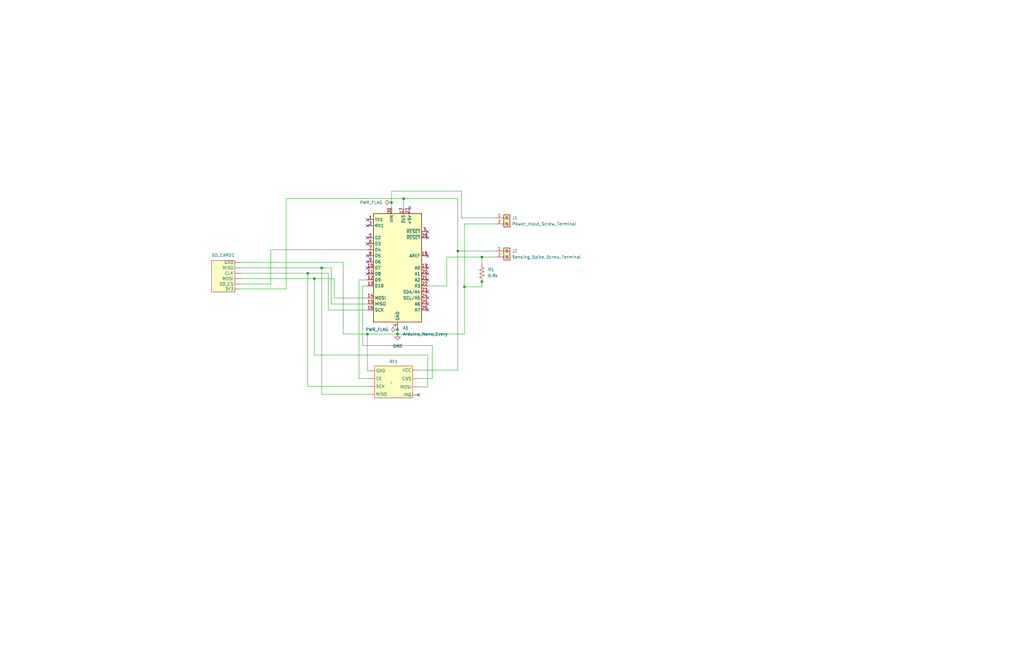
<source format=kicad_sch>
(kicad_sch (version 20230121) (generator eeschema)
  (paper "USLedger")
  (title_block (title "Sensor Spike") (date "2024-01-09") (rev "0"))
  (lib_symbols
    (symbol "Connector:Screw_Terminal_01x02" (pin_names (offset 1.016) hide)
      (property "Reference" "J" (at 0 2.54 0))
      (property "Value" "Screw_Terminal_01x02" (at 0 -5.08 0))
      (symbol "Screw_Terminal_01x02_1_1"
        (rectangle (start -1.27 1.27) (end 1.27 -3.81) (stroke (width 0.254)) (fill (type background)))
        (circle (center 0 -2.54) (radius 0.635) (stroke (width 0.1524)))
        (polyline (pts (xy -0.5334 -2.2098) (xy 0.3302 -3.048)) (stroke (width 0.1524)))
        (polyline (pts (xy -0.5334 0.3302) (xy 0.3302 -0.508)) (stroke (width 0.1524)))
        (polyline (pts (xy -0.3556 -2.032) (xy 0.508 -2.8702)) (stroke (width 0.1524)))
        (polyline (pts (xy -0.3556 0.508) (xy 0.508 -0.3302)) (stroke (width 0.1524)))
        (circle (center 0 0) (radius 0.635) (stroke (width 0.1524)))
        (pin passive line (at -5.08 0 0) (length 3.81) (name "Pin_1") (number "1"))
        (pin passive line (at -5.08 -2.54 0) (length 3.81) (name "Pin_2") (number "2"))
      )
    )
    (symbol "Device:R_US" (pin_numbers hide) (pin_names (offset 0))
      (property "Reference" "R" (at 2.54 0 90))
      (property "Value" "R_US" (at -2.54 0 90))
      (symbol "R_US_0_1"
        (polyline (pts (xy 0 -2.286) (xy 0 -2.54)))
        (polyline (pts (xy 0 2.286) (xy 0 2.54)))
        (polyline (pts (xy 0 -0.762) (xy 1.016 -1.143) (xy 0 -1.524) (xy -1.016 -1.905) (xy 0 -2.286)))
        (polyline (pts (xy 0 0.762) (xy 1.016 0.381) (xy 0 0) (xy -1.016 -0.381) (xy 0 -0.762)))
        (polyline (pts (xy 0 2.286) (xy 1.016 1.905) (xy 0 1.524) (xy -1.016 1.143) (xy 0 0.762)))
      )
      (symbol "R_US_1_1"
        (pin passive line (at 0 3.81 270) (length 1.27) (name "~") (number "1"))
        (pin passive line (at 0 -3.81 90) (length 1.27) (name "~") (number "2"))
      )
    )
    (symbol "MCU_Module:Arduino_Nano_Every"
      (property "Reference" "A" (at -10.16 23.495 0))
      (property "Value" "Arduino_Nano_Every" (at 5.08 -24.13 0))
      (symbol "Arduino_Nano_Every_0_1"
        (rectangle (start -10.16 22.86) (end 10.16 -22.86) (stroke (width 0.254)) (fill (type background)))
      )
      (symbol "Arduino_Nano_Every_1_1"
        (pin bidirectional line (at -12.7 20.32 0) (length 2.54) (name "TX1") (number "1"))
        (pin bidirectional line (at -12.7 0 0) (length 2.54) (name "D7") (number "10"))
        (pin bidirectional line (at -12.7 -2.54 0) (length 2.54) (name "D8") (number "11"))
        (pin bidirectional line (at -12.7 -5.08 0) (length 2.54) (name "D9") (number "12"))
        (pin bidirectional line (at -12.7 -7.62 0) (length 2.54) (name "D10") (number "13"))
        (pin bidirectional line (at -12.7 -12.7 0) (length 2.54) (name "MOSI") (number "14"))
        (pin bidirectional line (at -12.7 -15.24 0) (length 2.54) (name "MISO") (number "15"))
        (pin bidirectional line (at -12.7 -17.78 0) (length 2.54) (name "SCK") (number "16"))
        (pin power_out line (at 2.54 25.4 270) (length 2.54) (name "3V3") (number "17"))
        (pin input line (at 12.7 5.08 180) (length 2.54) (name "AREF") (number "18"))
        (pin bidirectional line (at 12.7 0 180) (length 2.54) (name "A0") (number "19"))
        (pin bidirectional line (at -12.7 17.78 0) (length 2.54) (name "RX1") (number "2"))
        (pin bidirectional line (at 12.7 -2.54 180) (length 2.54) (name "A1") (number "20"))
        (pin bidirectional line (at 12.7 -5.08 180) (length 2.54) (name "A2") (number "21"))
        (pin bidirectional line (at 12.7 -7.62 180) (length 2.54) (name "A3") (number "22"))
        (pin bidirectional line (at 12.7 -10.16 180) (length 2.54) (name "SDA/A4") (number "23"))
        (pin bidirectional line (at 12.7 -12.7 180) (length 2.54) (name "SCL/A5") (number "24"))
        (pin bidirectional line (at 12.7 -15.24 180) (length 2.54) (name "A6") (number "25"))
        (pin bidirectional line (at 12.7 -17.78 180) (length 2.54) (name "A7") (number "26"))
        (pin power_out line (at 5.08 25.4 270) (length 2.54) (name "+5V") (number "27"))
        (pin input line (at 12.7 12.7 180) (length 2.54) (name "~{RESET}") (number "28"))
        (pin passive line (at 0 -25.4 90) (length 2.54) hide (name "GND") (number "29"))
        (pin input line (at 12.7 15.24 180) (length 2.54) (name "~{RESET}") (number "3"))
        (pin power_in line (at -2.54 25.4 270) (length 2.54) (name "VIN") (number "30"))
        (pin power_in line (at 0 -25.4 90) (length 2.54) (name "GND") (number "4"))
        (pin bidirectional line (at -12.7 12.7 0) (length 2.54) (name "D2") (number "5"))
        (pin bidirectional line (at -12.7 10.16 0) (length 2.54) (name "D3") (number "6"))
        (pin bidirectional line (at -12.7 7.62 0) (length 2.54) (name "D4") (number "7"))
        (pin bidirectional line (at -12.7 5.08 0) (length 2.54) (name "D5") (number "8"))
        (pin bidirectional line (at -12.7 2.54 0) (length 2.54) (name "D6") (number "9"))
      )
    )
    (symbol "power:GND" (power) (pin_names (offset 0))
      (property "Value" "GND" (at 0 -3.81 0))
      (symbol "GND_0_1"
        (polyline (pts (xy 0 0) (xy 0 -1.27) (xy 1.27 -1.27) (xy 0 -2.54) (xy -1.27 -1.27) (xy 0 -1.27)))
      )
      (symbol "GND_1_1"
        (pin power_in line (at 0 0 270) (length 0) hide (name "GND") (number "1"))
      )
    )
    (symbol "power:PWR_FLAG" (power) (pin_numbers hide) (pin_names (offset 0) hide)
      (property "Value" "PWR_FLAG" (at 0 3.81 0))
      (symbol "PWR_FLAG_0_0"
        (pin power_out line (at 0 0 90) (length 0) (name "pwr") (number "1"))
      )
      (symbol "PWR_FLAG_0_1"
        (polyline (pts (xy 0 0) (xy 0 1.27) (xy -1.016 1.905) (xy 0 2.54) (xy 1.016 1.905) (xy 0 1.27)))
      )
    )
    (symbol "spike_PCB:SD_Card_Module" (pin_numbers hide)
      (property "Reference" "SD_CARD" (at 0.762 6.35 0))
      (symbol "SD_Card_Module_1_1"
        (rectangle (start -4.572 4.064) (end 5.334 -9.144) (fill (type background)))
        (pin power_in line (at -7.112 2.794 0) (length 2.54) (name "3V3") (number "1"))
        (pin input line (at -7.112 0.762 0) (length 2.54) (name "SD_CS") (number "2"))
        (pin input line (at -7.112 -1.524 0) (length 2.54) (name "MOSI") (number "3"))
        (pin input line (at -7.112 -3.81 0) (length 2.54) (name "CLK") (number "4"))
        (pin output line (at -7.112 -6.096 0) (length 2.54) (name "MISO") (number "5"))
        (pin unspecified line (at -7.112 -8.382 0) (length 2.54) (name "GND") (number "6"))
      )
    )
    (symbol "spike_PCB:nRF24L01" (pin_numbers hide)
      (property "Reference" "RF" (at 0 9.398 0))
      (symbol "nRF24L01_1_1"
        (rectangle (start -7.112 7.112) (end 8.89 -6.35) (fill (type background)))
        (pin unspecified line (at -9.652 5.08 0) (length 2.54) (name "GND") (number "1"))
        (pin input line (at -9.652 1.778 0) (length 2.54) (name "CE") (number "2"))
        (pin input line (at -9.652 -1.524 0) (length 2.54) (name "SCK") (number "3"))
        (pin output line (at -9.652 -4.826 0) (length 2.54) (name "MISO") (number "4"))
        (pin power_in line (at 11.43 5.334 180) (length 2.54) (name "VCC") (number "5"))
        (pin input line (at 11.43 1.778 180) (length 2.54) (name "CNS") (number "6"))
        (pin input line (at 11.43 -1.778 180) (length 2.54) (name "MOSI") (number "7"))
        (pin input line (at 11.43 -5.08 180) (length 2.54) (name "IRQ") (number "8"))
      )
    )
  )
  (junction (at 203.2 118.872))
  (junction (at 167.64 140.97))
  (junction (at 135.636 113.03))
  (junction (at 195.834 121.031))
  (junction (at 154.94 140.97))
  (junction (at 170.18 83.82))
  (junction (at 129.794 115.316))
  (junction (at 203.2 108.458))
  (junction (at 193.04 105.918))
  (junction (at 167.64 139.065))
  (junction (at 132.588 117.602))
  (junction (at 165.1 85.471))
  (no_connect (at 180.34 123.19))
  (no_connect (at 172.72 87.63))
  (no_connect (at 180.34 113.03))
  (no_connect (at 180.34 97.79))
  (no_connect (at 154.94 92.71))
  (no_connect (at 154.94 95.25))
  (no_connect (at 154.94 102.87))
  (no_connect (at 154.94 107.95))
  (no_connect (at 154.94 110.49))
  (no_connect (at 180.34 128.27))
  (no_connect (at 154.94 115.57))
  (no_connect (at 154.94 113.03))
  (no_connect (at 180.34 125.73))
  (no_connect (at 176.53 166.624))
  (no_connect (at 180.34 130.81))
  (no_connect (at 180.34 100.33))
  (no_connect (at 180.34 115.57))
  (no_connect (at 180.34 107.95))
  (no_connect (at 154.94 100.33))
  (no_connect (at 180.34 118.11))
  (wire (pts (xy 140.97 117.602) (xy 140.97 125.73)))
  (wire (pts (xy 203.2 118.745) (xy 203.2 118.872)))
  (wire (pts (xy 155.448 166.37) (xy 135.636 166.37)))
  (wire (pts (xy 101.6 115.316) (xy 129.794 115.316)))
  (wire (pts (xy 101.6 117.602) (xy 132.588 117.602)))
  (wire (pts (xy 176.53 159.766) (xy 182.245 159.766)))
  (wire (pts (xy 101.6 121.92) (xy 120.65 121.92)))
  (wire (pts (xy 140.97 125.73) (xy 154.94 125.73)))
  (wire (pts (xy 182.245 145.796) (xy 152.908 145.796)))
  (wire (pts (xy 101.6 119.888) (xy 114.173 119.888)))
  (wire (pts (xy 154.94 140.97) (xy 154.94 156.464)))
  (wire (pts (xy 114.173 119.888) (xy 114.173 105.41)))
  (wire (pts (xy 193.04 105.918) (xy 193.04 83.82)))
  (wire (pts (xy 188.341 120.65) (xy 180.34 120.65)))
  (wire (pts (xy 129.794 163.068) (xy 155.448 163.068)))
  (wire (pts (xy 129.794 115.316) (xy 138.43 115.316)))
  (wire (pts (xy 193.04 156.21) (xy 193.04 105.918)))
  (wire (pts (xy 203.2 108.458) (xy 203.2 111.252)))
  (wire (pts (xy 170.18 83.82) (xy 170.18 87.63)))
  (wire (pts (xy 180.34 149.86) (xy 132.588 149.86)))
  (wire (pts (xy 203.2 118.872) (xy 203.2 121.031)))
  (wire (pts (xy 135.636 113.03) (xy 139.7 113.03)))
  (wire (pts (xy 208.661 108.458) (xy 203.2 108.458)))
  (wire (pts (xy 195.834 121.031) (xy 195.834 140.97)))
  (wire (pts (xy 167.64 139.065) (xy 167.64 138.43)))
  (wire (pts (xy 194.564 80.645) (xy 165.1 80.645)))
  (wire (pts (xy 152.908 145.796) (xy 152.908 120.65)))
  (wire (pts (xy 138.43 130.81) (xy 154.94 130.81)))
  (wire (pts (xy 132.588 117.602) (xy 140.97 117.602)))
  (wire (pts (xy 208.661 94.488) (xy 195.834 94.488)))
  (wire (pts (xy 138.43 115.316) (xy 138.43 130.81)))
  (wire (pts (xy 167.64 140.97) (xy 167.64 139.065)))
  (wire (pts (xy 151.384 118.11) (xy 154.94 118.11)))
  (wire (pts (xy 195.834 140.97) (xy 167.64 140.97)))
  (wire (pts (xy 176.53 156.21) (xy 193.04 156.21)))
  (wire (pts (xy 193.04 105.918) (xy 208.661 105.918)))
  (wire (pts (xy 155.448 159.766) (xy 151.384 159.766)))
  (wire (pts (xy 151.384 159.766) (xy 151.384 118.11)))
  (wire (pts (xy 120.65 121.92) (xy 120.65 83.82)))
  (wire (pts (xy 139.7 113.03) (xy 139.7 128.27)))
  (wire (pts (xy 165.1 85.471) (xy 165.1 87.63)))
  (wire (pts (xy 194.564 91.948) (xy 194.564 80.645)))
  (wire (pts (xy 101.6 110.744) (xy 144.78 110.744)))
  (wire (pts (xy 129.794 115.316) (xy 129.794 163.068)))
  (wire (pts (xy 193.04 83.82) (xy 170.18 83.82)))
  (wire (pts (xy 176.53 163.322) (xy 180.34 163.322)))
  (wire (pts (xy 195.834 94.488) (xy 195.834 121.031)))
  (wire (pts (xy 208.661 91.948) (xy 194.564 91.948)))
  (wire (pts (xy 180.34 163.322) (xy 180.34 149.86)))
  (wire (pts (xy 152.908 120.65) (xy 154.94 120.65)))
  (wire (pts (xy 154.94 140.97) (xy 167.64 140.97)))
  (wire (pts (xy 203.2 121.031) (xy 195.834 121.031)))
  (wire (pts (xy 120.65 83.82) (xy 170.18 83.82)))
  (wire (pts (xy 114.173 105.41) (xy 154.94 105.41)))
  (wire (pts (xy 132.588 149.86) (xy 132.588 117.602)))
  (wire (pts (xy 144.78 140.97) (xy 154.94 140.97)))
  (wire (pts (xy 101.6 113.03) (xy 135.636 113.03)))
  (wire (pts (xy 165.1 80.645) (xy 165.1 85.471)))
  (wire (pts (xy 203.2 108.458) (xy 188.341 108.458)))
  (wire (pts (xy 188.341 108.458) (xy 188.341 120.65)))
  (wire (pts (xy 135.636 166.37) (xy 135.636 113.03)))
  (wire (pts (xy 182.245 159.766) (xy 182.245 145.796)))
  (wire (pts (xy 144.78 110.744) (xy 144.78 140.97)))
  (wire (pts (xy 154.94 156.464) (xy 155.448 156.464)))
  (wire (pts (xy 139.7 128.27) (xy 154.94 128.27)))
  (symbol (lib_id "power:PWR_FLAG") (at 167.64 139.065 90) (unit 1)
    (property "Reference" "#FLG01" (effects hide))
    (property "Value" "PWR_FLAG" (at 163.83 139.065 90) (effects (justify left)))
  )
  (symbol (lib_id "power:GND") (at 167.64 140.97 0) (unit 1)
    (property "Reference" "#PWR01" (effects hide))
    (property "Value" "GND" (at 167.64 146.05 0))
  )
  (symbol (lib_id "Device:R_US") (at 203.2 115.062 0) (unit 1)
    (property "Reference" "R1" (at 205.74 113.792 0) (effects (justify left)))
    (property "Value" "6.8k" (at 205.74 116.332 0) (effects (justify left)))
    (property "Footprint" "Resistor_THT:R_Axial_DIN0207_L6.3mm_D2.5mm_P7.62mm_Horizontal" (effects hide))
  )
  (symbol (lib_id "power:PWR_FLAG") (at 165.1 85.471 90) (unit 1)
    (property "Reference" "#FLG02" (effects hide))
    (property "Value" "PWR_FLAG" (at 161.29 85.471 90) (effects (justify left)))
  )
  (symbol (lib_id "Connector:Screw_Terminal_01x02") (at 213.741 105.918 0) (unit 1)
    (property "Reference" "J2" (at 215.9 105.918 0) (effects (justify left)))
    (property "Value" "Sensing_Spike_Screw_Terminal" (at 215.9 108.458 0) (effects (justify left)))
    (property "Footprint" "TerminalBlock:TerminalBlock_Altech_AK300-2_P5.00mm" (effects hide))
  )
  (symbol (lib_id "MCU_Module:Arduino_Nano_Every") (at 167.64 113.03 0) (unit 1)
    (property "Reference" "A1" (at 169.8341 138.43 0) (effects (justify left)))
    (property "Value" "Arduino_Nano_Every" (at 169.8341 140.97 0) (effects (justify left)))
    (property "Footprint" "Module:Arduino_Nano" (effects hide))
    (property "Datasheet" "https://content.arduino.cc/assets/NANOEveryV3.0_sch.pdf" (effects hide))
  )
  (symbol (lib_id "Connector:Screw_Terminal_01x02") (at 213.741 91.948 0) (unit 1)
    (property "Reference" "J1" (at 215.9 91.948 0) (effects (justify left)))
    (property "Value" "Power_Input_Screw_Terminal" (at 215.9 94.488 0) (effects (justify left)))
    (property "Footprint" "TerminalBlock:TerminalBlock_Altech_AK300-2_P5.00mm" (effects hide))
  )
  (symbol (lib_id "spike_PCB:nRF24L01") (at 165.1 161.544 0) (unit 1)
    (property "Reference" "RF1" (at 165.989 152.654 0))
    (property "Value" "~" (at 165.1 161.544 0))
    (property "Footprint" "spike_PCB:nRF24L01" (effects hide))
  )
  (symbol (lib_id "spike_PCB:SD_Card_Module") (at 94.488 119.126 180) (unit 1)
    (property "Reference" "SD_CARD1" (at 94.107 107.696 0))
    (property "Value" "~" (at 94.488 119.126 0))
    (property "Footprint" "spike_PCB:SD_Card_Module" (effects hide))
  )
)
</source>
